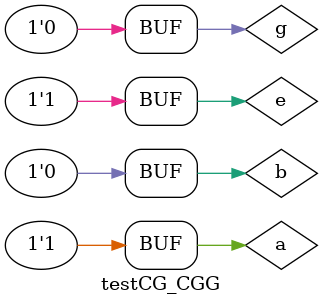
<source format=v>

`timescale 1ns/1ns
module testCG_CGG();
  reg a=0,b=0,e=0,g=0;
  wire w;
  CG_CGG test3(a,b,e,g,w);
  initial begin 
  a=1;
  #(50) a=0;b=1;e=1;
  #(50) a=1;b=1;e=1;g=1;
  #(50) a=0;b=0;e=0;g=0;
  #(50) b=1;e=1;g=1;
  #(50) b=0;a=1;g=0;
  end
endmodule

  
  

</source>
